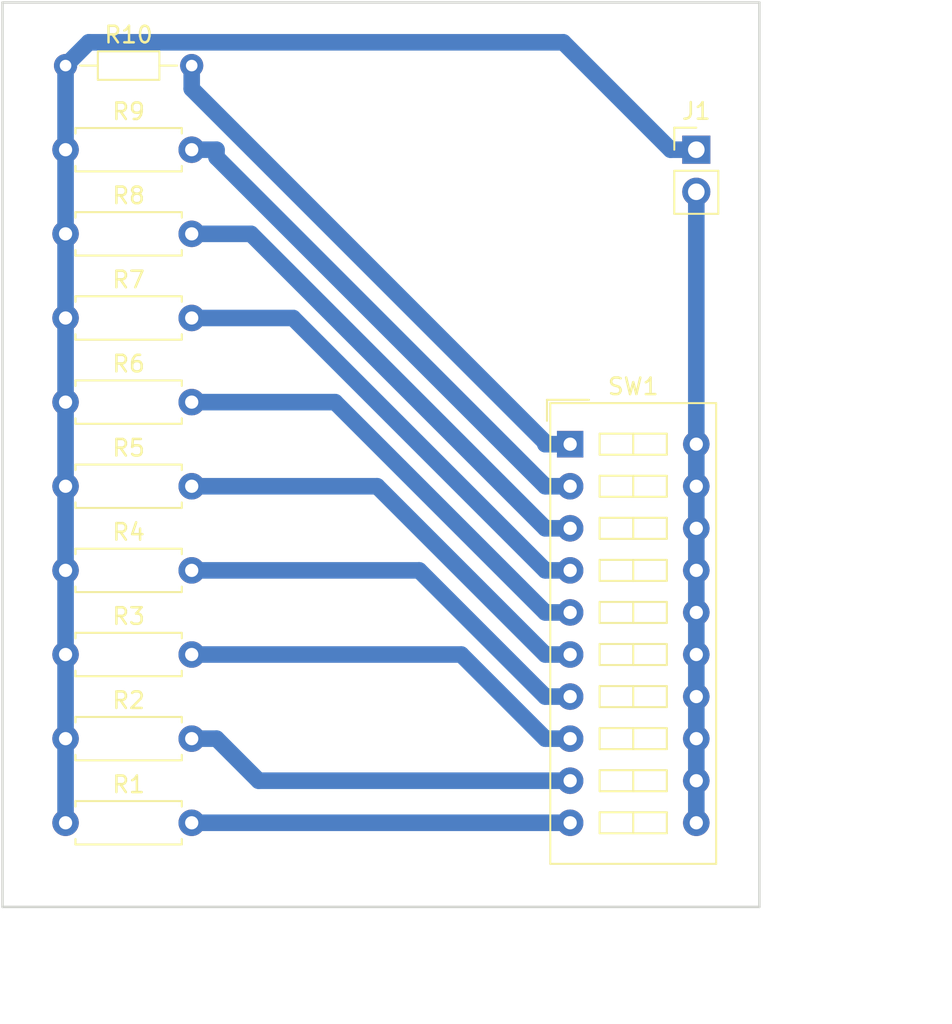
<source format=kicad_pcb>
(kicad_pcb (version 4) (host pcbnew 4.0.7)

  (general
    (links 30)
    (no_connects 0)
    (area 144.704999 81.204999 205.97 144.940001)
    (thickness 1.6)
    (drawings 6)
    (tracks 53)
    (zones 0)
    (modules 12)
    (nets 13)
  )

  (page A4)
  (title_block
    (title "precyzyjna dekada oporowa płytka PCB")
    (date 2018-05-21)
    (rev 0.5)
    (company "mgr inż. Paweł Sobótka")
    (comment 1 "Projekt: Amatorska Radiostacja Modułowa")
    (comment 2 "przyrząd fizyczny")
  )

  (layers
    (0 F.Cu jumper)
    (31 B.Cu signal)
    (32 B.Adhes user)
    (33 F.Adhes user)
    (34 B.Paste user)
    (35 F.Paste user)
    (36 B.SilkS user)
    (37 F.SilkS user)
    (38 B.Mask user)
    (39 F.Mask user)
    (40 Dwgs.User user)
    (41 Cmts.User user)
    (42 Eco1.User user)
    (43 Eco2.User user)
    (44 Edge.Cuts user)
    (45 Margin user)
    (46 B.CrtYd user)
    (47 F.CrtYd user)
    (48 B.Fab user)
    (49 F.Fab user)
  )

  (setup
    (last_trace_width 0.25)
    (trace_clearance 1)
    (zone_clearance 0.508)
    (zone_45_only no)
    (trace_min 0.2)
    (segment_width 0.2)
    (edge_width 0.15)
    (via_size 0.6)
    (via_drill 0.4)
    (via_min_size 0.4)
    (via_min_drill 0.3)
    (uvia_size 0.3)
    (uvia_drill 0.1)
    (uvias_allowed no)
    (uvia_min_size 0.2)
    (uvia_min_drill 0.1)
    (pcb_text_width 0.3)
    (pcb_text_size 1.5 1.5)
    (mod_edge_width 0.15)
    (mod_text_size 1 1)
    (mod_text_width 0.15)
    (pad_size 1.524 1.524)
    (pad_drill 0.762)
    (pad_to_mask_clearance 0.2)
    (aux_axis_origin 172.72 88.9)
    (visible_elements FFFFFF7F)
    (pcbplotparams
      (layerselection 0x00030_80000001)
      (usegerberextensions false)
      (excludeedgelayer true)
      (linewidth 0.100000)
      (plotframeref false)
      (viasonmask false)
      (mode 1)
      (useauxorigin false)
      (hpglpennumber 1)
      (hpglpenspeed 20)
      (hpglpendiameter 15)
      (hpglpenoverlay 2)
      (psnegative false)
      (psa4output false)
      (plotreference true)
      (plotvalue true)
      (plotinvisibletext false)
      (padsonsilk false)
      (subtractmaskfromsilk false)
      (outputformat 1)
      (mirror false)
      (drillshape 1)
      (scaleselection 1)
      (outputdirectory drawings/))
  )

  (net 0 "")
  (net 1 "Net-(J1-Pad1)")
  (net 2 "Net-(J1-Pad2)")
  (net 3 "Net-(R1-Pad2)")
  (net 4 "Net-(R2-Pad2)")
  (net 5 "Net-(R3-Pad2)")
  (net 6 "Net-(R4-Pad2)")
  (net 7 "Net-(R5-Pad2)")
  (net 8 "Net-(R6-Pad2)")
  (net 9 "Net-(R7-Pad2)")
  (net 10 "Net-(R8-Pad2)")
  (net 11 "Net-(R9-Pad2)")
  (net 12 "Net-(R10-Pad2)")

  (net_class Default "To jest domyślna klasa połączeń."
    (clearance 1)
    (trace_width 0.25)
    (via_dia 0.6)
    (via_drill 0.4)
    (uvia_dia 0.3)
    (uvia_drill 0.1)
  )

  (net_class Power ""
    (clearance 0.2)
    (trace_width 1)
    (via_dia 0.6)
    (via_drill 0.4)
    (uvia_dia 0.3)
    (uvia_drill 0.1)
    (add_net "Net-(J1-Pad1)")
    (add_net "Net-(J1-Pad2)")
    (add_net "Net-(R1-Pad2)")
    (add_net "Net-(R10-Pad2)")
    (add_net "Net-(R2-Pad2)")
    (add_net "Net-(R3-Pad2)")
    (add_net "Net-(R4-Pad2)")
    (add_net "Net-(R5-Pad2)")
    (add_net "Net-(R6-Pad2)")
    (add_net "Net-(R7-Pad2)")
    (add_net "Net-(R8-Pad2)")
    (add_net "Net-(R9-Pad2)")
  )

  (module Socket_Strips:Socket_Strip_Straight_1x02_Pitch2.54mm (layer F.Cu) (tedit 5B0578C8) (tstamp 5B0575A8)
    (at 186.69 90.17)
    (descr "Through hole straight socket strip, 1x02, 2.54mm pitch, single row")
    (tags "Through hole socket strip THT 1x02 2.54mm single row")
    (path /5B02CF7C/5B02D5CF)
    (fp_text reference J1 (at 0 -2.33) (layer F.SilkS)
      (effects (font (size 1 1) (thickness 0.15)))
    )
    (fp_text value Conn_01x02_Female (at -3.81 2.54 90) (layer F.Fab)
      (effects (font (size 1 1) (thickness 0.15)))
    )
    (fp_line (start -1.27 -1.27) (end -1.27 3.81) (layer F.Fab) (width 0.1))
    (fp_line (start -1.27 3.81) (end 1.27 3.81) (layer F.Fab) (width 0.1))
    (fp_line (start 1.27 3.81) (end 1.27 -1.27) (layer F.Fab) (width 0.1))
    (fp_line (start 1.27 -1.27) (end -1.27 -1.27) (layer F.Fab) (width 0.1))
    (fp_line (start -1.33 1.27) (end -1.33 3.87) (layer F.SilkS) (width 0.12))
    (fp_line (start -1.33 3.87) (end 1.33 3.87) (layer F.SilkS) (width 0.12))
    (fp_line (start 1.33 3.87) (end 1.33 1.27) (layer F.SilkS) (width 0.12))
    (fp_line (start 1.33 1.27) (end -1.33 1.27) (layer F.SilkS) (width 0.12))
    (fp_line (start -1.33 0) (end -1.33 -1.33) (layer F.SilkS) (width 0.12))
    (fp_line (start -1.33 -1.33) (end 0 -1.33) (layer F.SilkS) (width 0.12))
    (fp_line (start -1.8 -1.8) (end -1.8 4.35) (layer F.CrtYd) (width 0.05))
    (fp_line (start -1.8 4.35) (end 1.8 4.35) (layer F.CrtYd) (width 0.05))
    (fp_line (start 1.8 4.35) (end 1.8 -1.8) (layer F.CrtYd) (width 0.05))
    (fp_line (start 1.8 -1.8) (end -1.8 -1.8) (layer F.CrtYd) (width 0.05))
    (fp_text user %R (at 0 -2.33) (layer F.Fab)
      (effects (font (size 1 1) (thickness 0.15)))
    )
    (pad 1 thru_hole rect (at 0 0) (size 1.7 1.7) (drill 1) (layers *.Cu *.Mask)
      (net 1 "Net-(J1-Pad1)"))
    (pad 2 thru_hole oval (at 0 2.54) (size 1.7 1.7) (drill 1) (layers *.Cu *.Mask)
      (net 2 "Net-(J1-Pad2)"))
    (model ${KISYS3DMOD}/Socket_Strips.3dshapes/Socket_Strip_Straight_1x02_Pitch2.54mm.wrl
      (at (xyz 0 -0.05 0))
      (scale (xyz 1 1 1))
      (rotate (xyz 0 0 270))
    )
  )

  (module Resistors_THT:R_Axial_DIN0207_L6.3mm_D2.5mm_P7.62mm_Horizontal (layer F.Cu) (tedit 5874F706) (tstamp 5B0575AE)
    (at 148.59 130.81)
    (descr "Resistor, Axial_DIN0207 series, Axial, Horizontal, pin pitch=7.62mm, 0.25W = 1/4W, length*diameter=6.3*2.5mm^2, http://cdn-reichelt.de/documents/datenblatt/B400/1_4W%23YAG.pdf")
    (tags "Resistor Axial_DIN0207 series Axial Horizontal pin pitch 7.62mm 0.25W = 1/4W length 6.3mm diameter 2.5mm")
    (path /5B02CF7C/5B02D1B9)
    (fp_text reference R1 (at 3.81 -2.31) (layer F.SilkS)
      (effects (font (size 1 1) (thickness 0.15)))
    )
    (fp_text value 1R (at 3.81 2.31) (layer F.Fab)
      (effects (font (size 1 1) (thickness 0.15)))
    )
    (fp_line (start 0.66 -1.25) (end 0.66 1.25) (layer F.Fab) (width 0.1))
    (fp_line (start 0.66 1.25) (end 6.96 1.25) (layer F.Fab) (width 0.1))
    (fp_line (start 6.96 1.25) (end 6.96 -1.25) (layer F.Fab) (width 0.1))
    (fp_line (start 6.96 -1.25) (end 0.66 -1.25) (layer F.Fab) (width 0.1))
    (fp_line (start 0 0) (end 0.66 0) (layer F.Fab) (width 0.1))
    (fp_line (start 7.62 0) (end 6.96 0) (layer F.Fab) (width 0.1))
    (fp_line (start 0.6 -0.98) (end 0.6 -1.31) (layer F.SilkS) (width 0.12))
    (fp_line (start 0.6 -1.31) (end 7.02 -1.31) (layer F.SilkS) (width 0.12))
    (fp_line (start 7.02 -1.31) (end 7.02 -0.98) (layer F.SilkS) (width 0.12))
    (fp_line (start 0.6 0.98) (end 0.6 1.31) (layer F.SilkS) (width 0.12))
    (fp_line (start 0.6 1.31) (end 7.02 1.31) (layer F.SilkS) (width 0.12))
    (fp_line (start 7.02 1.31) (end 7.02 0.98) (layer F.SilkS) (width 0.12))
    (fp_line (start -1.05 -1.6) (end -1.05 1.6) (layer F.CrtYd) (width 0.05))
    (fp_line (start -1.05 1.6) (end 8.7 1.6) (layer F.CrtYd) (width 0.05))
    (fp_line (start 8.7 1.6) (end 8.7 -1.6) (layer F.CrtYd) (width 0.05))
    (fp_line (start 8.7 -1.6) (end -1.05 -1.6) (layer F.CrtYd) (width 0.05))
    (pad 1 thru_hole circle (at 0 0) (size 1.6 1.6) (drill 0.8) (layers *.Cu *.Mask)
      (net 1 "Net-(J1-Pad1)"))
    (pad 2 thru_hole oval (at 7.62 0) (size 1.6 1.6) (drill 0.8) (layers *.Cu *.Mask)
      (net 3 "Net-(R1-Pad2)"))
    (model ${KISYS3DMOD}/Resistors_THT.3dshapes/R_Axial_DIN0207_L6.3mm_D2.5mm_P7.62mm_Horizontal.wrl
      (at (xyz 0 0 0))
      (scale (xyz 0.393701 0.393701 0.393701))
      (rotate (xyz 0 0 0))
    )
  )

  (module Resistors_THT:R_Axial_DIN0207_L6.3mm_D2.5mm_P7.62mm_Horizontal (layer F.Cu) (tedit 5874F706) (tstamp 5B0575B4)
    (at 148.59 125.73)
    (descr "Resistor, Axial_DIN0207 series, Axial, Horizontal, pin pitch=7.62mm, 0.25W = 1/4W, length*diameter=6.3*2.5mm^2, http://cdn-reichelt.de/documents/datenblatt/B400/1_4W%23YAG.pdf")
    (tags "Resistor Axial_DIN0207 series Axial Horizontal pin pitch 7.62mm 0.25W = 1/4W length 6.3mm diameter 2.5mm")
    (path /5B02CF7C/5B02D204)
    (fp_text reference R2 (at 3.81 -2.31) (layer F.SilkS)
      (effects (font (size 1 1) (thickness 0.15)))
    )
    (fp_text value 2R (at 3.81 2.31) (layer F.Fab)
      (effects (font (size 1 1) (thickness 0.15)))
    )
    (fp_line (start 0.66 -1.25) (end 0.66 1.25) (layer F.Fab) (width 0.1))
    (fp_line (start 0.66 1.25) (end 6.96 1.25) (layer F.Fab) (width 0.1))
    (fp_line (start 6.96 1.25) (end 6.96 -1.25) (layer F.Fab) (width 0.1))
    (fp_line (start 6.96 -1.25) (end 0.66 -1.25) (layer F.Fab) (width 0.1))
    (fp_line (start 0 0) (end 0.66 0) (layer F.Fab) (width 0.1))
    (fp_line (start 7.62 0) (end 6.96 0) (layer F.Fab) (width 0.1))
    (fp_line (start 0.6 -0.98) (end 0.6 -1.31) (layer F.SilkS) (width 0.12))
    (fp_line (start 0.6 -1.31) (end 7.02 -1.31) (layer F.SilkS) (width 0.12))
    (fp_line (start 7.02 -1.31) (end 7.02 -0.98) (layer F.SilkS) (width 0.12))
    (fp_line (start 0.6 0.98) (end 0.6 1.31) (layer F.SilkS) (width 0.12))
    (fp_line (start 0.6 1.31) (end 7.02 1.31) (layer F.SilkS) (width 0.12))
    (fp_line (start 7.02 1.31) (end 7.02 0.98) (layer F.SilkS) (width 0.12))
    (fp_line (start -1.05 -1.6) (end -1.05 1.6) (layer F.CrtYd) (width 0.05))
    (fp_line (start -1.05 1.6) (end 8.7 1.6) (layer F.CrtYd) (width 0.05))
    (fp_line (start 8.7 1.6) (end 8.7 -1.6) (layer F.CrtYd) (width 0.05))
    (fp_line (start 8.7 -1.6) (end -1.05 -1.6) (layer F.CrtYd) (width 0.05))
    (pad 1 thru_hole circle (at 0 0) (size 1.6 1.6) (drill 0.8) (layers *.Cu *.Mask)
      (net 1 "Net-(J1-Pad1)"))
    (pad 2 thru_hole oval (at 7.62 0) (size 1.6 1.6) (drill 0.8) (layers *.Cu *.Mask)
      (net 4 "Net-(R2-Pad2)"))
    (model ${KISYS3DMOD}/Resistors_THT.3dshapes/R_Axial_DIN0207_L6.3mm_D2.5mm_P7.62mm_Horizontal.wrl
      (at (xyz 0 0 0))
      (scale (xyz 0.393701 0.393701 0.393701))
      (rotate (xyz 0 0 0))
    )
  )

  (module Resistors_THT:R_Axial_DIN0207_L6.3mm_D2.5mm_P7.62mm_Horizontal (layer F.Cu) (tedit 5874F706) (tstamp 5B0575BA)
    (at 148.59 120.65)
    (descr "Resistor, Axial_DIN0207 series, Axial, Horizontal, pin pitch=7.62mm, 0.25W = 1/4W, length*diameter=6.3*2.5mm^2, http://cdn-reichelt.de/documents/datenblatt/B400/1_4W%23YAG.pdf")
    (tags "Resistor Axial_DIN0207 series Axial Horizontal pin pitch 7.62mm 0.25W = 1/4W length 6.3mm diameter 2.5mm")
    (path /5B02CF7C/5B02D22B)
    (fp_text reference R3 (at 3.81 -2.31) (layer F.SilkS)
      (effects (font (size 1 1) (thickness 0.15)))
    )
    (fp_text value 3R (at 3.81 2.31) (layer F.Fab)
      (effects (font (size 1 1) (thickness 0.15)))
    )
    (fp_line (start 0.66 -1.25) (end 0.66 1.25) (layer F.Fab) (width 0.1))
    (fp_line (start 0.66 1.25) (end 6.96 1.25) (layer F.Fab) (width 0.1))
    (fp_line (start 6.96 1.25) (end 6.96 -1.25) (layer F.Fab) (width 0.1))
    (fp_line (start 6.96 -1.25) (end 0.66 -1.25) (layer F.Fab) (width 0.1))
    (fp_line (start 0 0) (end 0.66 0) (layer F.Fab) (width 0.1))
    (fp_line (start 7.62 0) (end 6.96 0) (layer F.Fab) (width 0.1))
    (fp_line (start 0.6 -0.98) (end 0.6 -1.31) (layer F.SilkS) (width 0.12))
    (fp_line (start 0.6 -1.31) (end 7.02 -1.31) (layer F.SilkS) (width 0.12))
    (fp_line (start 7.02 -1.31) (end 7.02 -0.98) (layer F.SilkS) (width 0.12))
    (fp_line (start 0.6 0.98) (end 0.6 1.31) (layer F.SilkS) (width 0.12))
    (fp_line (start 0.6 1.31) (end 7.02 1.31) (layer F.SilkS) (width 0.12))
    (fp_line (start 7.02 1.31) (end 7.02 0.98) (layer F.SilkS) (width 0.12))
    (fp_line (start -1.05 -1.6) (end -1.05 1.6) (layer F.CrtYd) (width 0.05))
    (fp_line (start -1.05 1.6) (end 8.7 1.6) (layer F.CrtYd) (width 0.05))
    (fp_line (start 8.7 1.6) (end 8.7 -1.6) (layer F.CrtYd) (width 0.05))
    (fp_line (start 8.7 -1.6) (end -1.05 -1.6) (layer F.CrtYd) (width 0.05))
    (pad 1 thru_hole circle (at 0 0) (size 1.6 1.6) (drill 0.8) (layers *.Cu *.Mask)
      (net 1 "Net-(J1-Pad1)"))
    (pad 2 thru_hole oval (at 7.62 0) (size 1.6 1.6) (drill 0.8) (layers *.Cu *.Mask)
      (net 5 "Net-(R3-Pad2)"))
    (model ${KISYS3DMOD}/Resistors_THT.3dshapes/R_Axial_DIN0207_L6.3mm_D2.5mm_P7.62mm_Horizontal.wrl
      (at (xyz 0 0 0))
      (scale (xyz 0.393701 0.393701 0.393701))
      (rotate (xyz 0 0 0))
    )
  )

  (module Resistors_THT:R_Axial_DIN0207_L6.3mm_D2.5mm_P7.62mm_Horizontal (layer F.Cu) (tedit 5874F706) (tstamp 5B0575C0)
    (at 148.59 115.57)
    (descr "Resistor, Axial_DIN0207 series, Axial, Horizontal, pin pitch=7.62mm, 0.25W = 1/4W, length*diameter=6.3*2.5mm^2, http://cdn-reichelt.de/documents/datenblatt/B400/1_4W%23YAG.pdf")
    (tags "Resistor Axial_DIN0207 series Axial Horizontal pin pitch 7.62mm 0.25W = 1/4W length 6.3mm diameter 2.5mm")
    (path /5B02CF7C/5B02D252)
    (fp_text reference R4 (at 3.81 -2.31) (layer F.SilkS)
      (effects (font (size 1 1) (thickness 0.15)))
    )
    (fp_text value 4R (at 3.81 2.31) (layer F.Fab)
      (effects (font (size 1 1) (thickness 0.15)))
    )
    (fp_line (start 0.66 -1.25) (end 0.66 1.25) (layer F.Fab) (width 0.1))
    (fp_line (start 0.66 1.25) (end 6.96 1.25) (layer F.Fab) (width 0.1))
    (fp_line (start 6.96 1.25) (end 6.96 -1.25) (layer F.Fab) (width 0.1))
    (fp_line (start 6.96 -1.25) (end 0.66 -1.25) (layer F.Fab) (width 0.1))
    (fp_line (start 0 0) (end 0.66 0) (layer F.Fab) (width 0.1))
    (fp_line (start 7.62 0) (end 6.96 0) (layer F.Fab) (width 0.1))
    (fp_line (start 0.6 -0.98) (end 0.6 -1.31) (layer F.SilkS) (width 0.12))
    (fp_line (start 0.6 -1.31) (end 7.02 -1.31) (layer F.SilkS) (width 0.12))
    (fp_line (start 7.02 -1.31) (end 7.02 -0.98) (layer F.SilkS) (width 0.12))
    (fp_line (start 0.6 0.98) (end 0.6 1.31) (layer F.SilkS) (width 0.12))
    (fp_line (start 0.6 1.31) (end 7.02 1.31) (layer F.SilkS) (width 0.12))
    (fp_line (start 7.02 1.31) (end 7.02 0.98) (layer F.SilkS) (width 0.12))
    (fp_line (start -1.05 -1.6) (end -1.05 1.6) (layer F.CrtYd) (width 0.05))
    (fp_line (start -1.05 1.6) (end 8.7 1.6) (layer F.CrtYd) (width 0.05))
    (fp_line (start 8.7 1.6) (end 8.7 -1.6) (layer F.CrtYd) (width 0.05))
    (fp_line (start 8.7 -1.6) (end -1.05 -1.6) (layer F.CrtYd) (width 0.05))
    (pad 1 thru_hole circle (at 0 0) (size 1.6 1.6) (drill 0.8) (layers *.Cu *.Mask)
      (net 1 "Net-(J1-Pad1)"))
    (pad 2 thru_hole oval (at 7.62 0) (size 1.6 1.6) (drill 0.8) (layers *.Cu *.Mask)
      (net 6 "Net-(R4-Pad2)"))
    (model ${KISYS3DMOD}/Resistors_THT.3dshapes/R_Axial_DIN0207_L6.3mm_D2.5mm_P7.62mm_Horizontal.wrl
      (at (xyz 0 0 0))
      (scale (xyz 0.393701 0.393701 0.393701))
      (rotate (xyz 0 0 0))
    )
  )

  (module Resistors_THT:R_Axial_DIN0207_L6.3mm_D2.5mm_P7.62mm_Horizontal (layer F.Cu) (tedit 5874F706) (tstamp 5B0575C6)
    (at 148.59 110.49)
    (descr "Resistor, Axial_DIN0207 series, Axial, Horizontal, pin pitch=7.62mm, 0.25W = 1/4W, length*diameter=6.3*2.5mm^2, http://cdn-reichelt.de/documents/datenblatt/B400/1_4W%23YAG.pdf")
    (tags "Resistor Axial_DIN0207 series Axial Horizontal pin pitch 7.62mm 0.25W = 1/4W length 6.3mm diameter 2.5mm")
    (path /5B02CF7C/5B02D2AB)
    (fp_text reference R5 (at 3.81 -2.31) (layer F.SilkS)
      (effects (font (size 1 1) (thickness 0.15)))
    )
    (fp_text value 5R (at 3.81 2.31) (layer F.Fab)
      (effects (font (size 1 1) (thickness 0.15)))
    )
    (fp_line (start 0.66 -1.25) (end 0.66 1.25) (layer F.Fab) (width 0.1))
    (fp_line (start 0.66 1.25) (end 6.96 1.25) (layer F.Fab) (width 0.1))
    (fp_line (start 6.96 1.25) (end 6.96 -1.25) (layer F.Fab) (width 0.1))
    (fp_line (start 6.96 -1.25) (end 0.66 -1.25) (layer F.Fab) (width 0.1))
    (fp_line (start 0 0) (end 0.66 0) (layer F.Fab) (width 0.1))
    (fp_line (start 7.62 0) (end 6.96 0) (layer F.Fab) (width 0.1))
    (fp_line (start 0.6 -0.98) (end 0.6 -1.31) (layer F.SilkS) (width 0.12))
    (fp_line (start 0.6 -1.31) (end 7.02 -1.31) (layer F.SilkS) (width 0.12))
    (fp_line (start 7.02 -1.31) (end 7.02 -0.98) (layer F.SilkS) (width 0.12))
    (fp_line (start 0.6 0.98) (end 0.6 1.31) (layer F.SilkS) (width 0.12))
    (fp_line (start 0.6 1.31) (end 7.02 1.31) (layer F.SilkS) (width 0.12))
    (fp_line (start 7.02 1.31) (end 7.02 0.98) (layer F.SilkS) (width 0.12))
    (fp_line (start -1.05 -1.6) (end -1.05 1.6) (layer F.CrtYd) (width 0.05))
    (fp_line (start -1.05 1.6) (end 8.7 1.6) (layer F.CrtYd) (width 0.05))
    (fp_line (start 8.7 1.6) (end 8.7 -1.6) (layer F.CrtYd) (width 0.05))
    (fp_line (start 8.7 -1.6) (end -1.05 -1.6) (layer F.CrtYd) (width 0.05))
    (pad 1 thru_hole circle (at 0 0) (size 1.6 1.6) (drill 0.8) (layers *.Cu *.Mask)
      (net 1 "Net-(J1-Pad1)"))
    (pad 2 thru_hole oval (at 7.62 0) (size 1.6 1.6) (drill 0.8) (layers *.Cu *.Mask)
      (net 7 "Net-(R5-Pad2)"))
    (model ${KISYS3DMOD}/Resistors_THT.3dshapes/R_Axial_DIN0207_L6.3mm_D2.5mm_P7.62mm_Horizontal.wrl
      (at (xyz 0 0 0))
      (scale (xyz 0.393701 0.393701 0.393701))
      (rotate (xyz 0 0 0))
    )
  )

  (module Resistors_THT:R_Axial_DIN0207_L6.3mm_D2.5mm_P7.62mm_Horizontal (layer F.Cu) (tedit 5874F706) (tstamp 5B0575CC)
    (at 148.59 105.41)
    (descr "Resistor, Axial_DIN0207 series, Axial, Horizontal, pin pitch=7.62mm, 0.25W = 1/4W, length*diameter=6.3*2.5mm^2, http://cdn-reichelt.de/documents/datenblatt/B400/1_4W%23YAG.pdf")
    (tags "Resistor Axial_DIN0207 series Axial Horizontal pin pitch 7.62mm 0.25W = 1/4W length 6.3mm diameter 2.5mm")
    (path /5B02CF7C/5B02D48A)
    (fp_text reference R6 (at 3.81 -2.31) (layer F.SilkS)
      (effects (font (size 1 1) (thickness 0.15)))
    )
    (fp_text value 6R (at 3.81 2.31) (layer F.Fab)
      (effects (font (size 1 1) (thickness 0.15)))
    )
    (fp_line (start 0.66 -1.25) (end 0.66 1.25) (layer F.Fab) (width 0.1))
    (fp_line (start 0.66 1.25) (end 6.96 1.25) (layer F.Fab) (width 0.1))
    (fp_line (start 6.96 1.25) (end 6.96 -1.25) (layer F.Fab) (width 0.1))
    (fp_line (start 6.96 -1.25) (end 0.66 -1.25) (layer F.Fab) (width 0.1))
    (fp_line (start 0 0) (end 0.66 0) (layer F.Fab) (width 0.1))
    (fp_line (start 7.62 0) (end 6.96 0) (layer F.Fab) (width 0.1))
    (fp_line (start 0.6 -0.98) (end 0.6 -1.31) (layer F.SilkS) (width 0.12))
    (fp_line (start 0.6 -1.31) (end 7.02 -1.31) (layer F.SilkS) (width 0.12))
    (fp_line (start 7.02 -1.31) (end 7.02 -0.98) (layer F.SilkS) (width 0.12))
    (fp_line (start 0.6 0.98) (end 0.6 1.31) (layer F.SilkS) (width 0.12))
    (fp_line (start 0.6 1.31) (end 7.02 1.31) (layer F.SilkS) (width 0.12))
    (fp_line (start 7.02 1.31) (end 7.02 0.98) (layer F.SilkS) (width 0.12))
    (fp_line (start -1.05 -1.6) (end -1.05 1.6) (layer F.CrtYd) (width 0.05))
    (fp_line (start -1.05 1.6) (end 8.7 1.6) (layer F.CrtYd) (width 0.05))
    (fp_line (start 8.7 1.6) (end 8.7 -1.6) (layer F.CrtYd) (width 0.05))
    (fp_line (start 8.7 -1.6) (end -1.05 -1.6) (layer F.CrtYd) (width 0.05))
    (pad 1 thru_hole circle (at 0 0) (size 1.6 1.6) (drill 0.8) (layers *.Cu *.Mask)
      (net 1 "Net-(J1-Pad1)"))
    (pad 2 thru_hole oval (at 7.62 0) (size 1.6 1.6) (drill 0.8) (layers *.Cu *.Mask)
      (net 8 "Net-(R6-Pad2)"))
    (model ${KISYS3DMOD}/Resistors_THT.3dshapes/R_Axial_DIN0207_L6.3mm_D2.5mm_P7.62mm_Horizontal.wrl
      (at (xyz 0 0 0))
      (scale (xyz 0.393701 0.393701 0.393701))
      (rotate (xyz 0 0 0))
    )
  )

  (module Resistors_THT:R_Axial_DIN0207_L6.3mm_D2.5mm_P7.62mm_Horizontal (layer F.Cu) (tedit 5874F706) (tstamp 5B0575D2)
    (at 148.59 100.33)
    (descr "Resistor, Axial_DIN0207 series, Axial, Horizontal, pin pitch=7.62mm, 0.25W = 1/4W, length*diameter=6.3*2.5mm^2, http://cdn-reichelt.de/documents/datenblatt/B400/1_4W%23YAG.pdf")
    (tags "Resistor Axial_DIN0207 series Axial Horizontal pin pitch 7.62mm 0.25W = 1/4W length 6.3mm diameter 2.5mm")
    (path /5B02CF7C/5B02D490)
    (fp_text reference R7 (at 3.81 -2.31) (layer F.SilkS)
      (effects (font (size 1 1) (thickness 0.15)))
    )
    (fp_text value 7R (at 3.81 2.31) (layer F.Fab)
      (effects (font (size 1 1) (thickness 0.15)))
    )
    (fp_line (start 0.66 -1.25) (end 0.66 1.25) (layer F.Fab) (width 0.1))
    (fp_line (start 0.66 1.25) (end 6.96 1.25) (layer F.Fab) (width 0.1))
    (fp_line (start 6.96 1.25) (end 6.96 -1.25) (layer F.Fab) (width 0.1))
    (fp_line (start 6.96 -1.25) (end 0.66 -1.25) (layer F.Fab) (width 0.1))
    (fp_line (start 0 0) (end 0.66 0) (layer F.Fab) (width 0.1))
    (fp_line (start 7.62 0) (end 6.96 0) (layer F.Fab) (width 0.1))
    (fp_line (start 0.6 -0.98) (end 0.6 -1.31) (layer F.SilkS) (width 0.12))
    (fp_line (start 0.6 -1.31) (end 7.02 -1.31) (layer F.SilkS) (width 0.12))
    (fp_line (start 7.02 -1.31) (end 7.02 -0.98) (layer F.SilkS) (width 0.12))
    (fp_line (start 0.6 0.98) (end 0.6 1.31) (layer F.SilkS) (width 0.12))
    (fp_line (start 0.6 1.31) (end 7.02 1.31) (layer F.SilkS) (width 0.12))
    (fp_line (start 7.02 1.31) (end 7.02 0.98) (layer F.SilkS) (width 0.12))
    (fp_line (start -1.05 -1.6) (end -1.05 1.6) (layer F.CrtYd) (width 0.05))
    (fp_line (start -1.05 1.6) (end 8.7 1.6) (layer F.CrtYd) (width 0.05))
    (fp_line (start 8.7 1.6) (end 8.7 -1.6) (layer F.CrtYd) (width 0.05))
    (fp_line (start 8.7 -1.6) (end -1.05 -1.6) (layer F.CrtYd) (width 0.05))
    (pad 1 thru_hole circle (at 0 0) (size 1.6 1.6) (drill 0.8) (layers *.Cu *.Mask)
      (net 1 "Net-(J1-Pad1)"))
    (pad 2 thru_hole oval (at 7.62 0) (size 1.6 1.6) (drill 0.8) (layers *.Cu *.Mask)
      (net 9 "Net-(R7-Pad2)"))
    (model ${KISYS3DMOD}/Resistors_THT.3dshapes/R_Axial_DIN0207_L6.3mm_D2.5mm_P7.62mm_Horizontal.wrl
      (at (xyz 0 0 0))
      (scale (xyz 0.393701 0.393701 0.393701))
      (rotate (xyz 0 0 0))
    )
  )

  (module Resistors_THT:R_Axial_DIN0207_L6.3mm_D2.5mm_P7.62mm_Horizontal (layer F.Cu) (tedit 5874F706) (tstamp 5B0575D8)
    (at 148.59 95.25)
    (descr "Resistor, Axial_DIN0207 series, Axial, Horizontal, pin pitch=7.62mm, 0.25W = 1/4W, length*diameter=6.3*2.5mm^2, http://cdn-reichelt.de/documents/datenblatt/B400/1_4W%23YAG.pdf")
    (tags "Resistor Axial_DIN0207 series Axial Horizontal pin pitch 7.62mm 0.25W = 1/4W length 6.3mm diameter 2.5mm")
    (path /5B02CF7C/5B02D496)
    (fp_text reference R8 (at 3.81 -2.31) (layer F.SilkS)
      (effects (font (size 1 1) (thickness 0.15)))
    )
    (fp_text value 8R (at 3.81 2.31) (layer F.Fab)
      (effects (font (size 1 1) (thickness 0.15)))
    )
    (fp_line (start 0.66 -1.25) (end 0.66 1.25) (layer F.Fab) (width 0.1))
    (fp_line (start 0.66 1.25) (end 6.96 1.25) (layer F.Fab) (width 0.1))
    (fp_line (start 6.96 1.25) (end 6.96 -1.25) (layer F.Fab) (width 0.1))
    (fp_line (start 6.96 -1.25) (end 0.66 -1.25) (layer F.Fab) (width 0.1))
    (fp_line (start 0 0) (end 0.66 0) (layer F.Fab) (width 0.1))
    (fp_line (start 7.62 0) (end 6.96 0) (layer F.Fab) (width 0.1))
    (fp_line (start 0.6 -0.98) (end 0.6 -1.31) (layer F.SilkS) (width 0.12))
    (fp_line (start 0.6 -1.31) (end 7.02 -1.31) (layer F.SilkS) (width 0.12))
    (fp_line (start 7.02 -1.31) (end 7.02 -0.98) (layer F.SilkS) (width 0.12))
    (fp_line (start 0.6 0.98) (end 0.6 1.31) (layer F.SilkS) (width 0.12))
    (fp_line (start 0.6 1.31) (end 7.02 1.31) (layer F.SilkS) (width 0.12))
    (fp_line (start 7.02 1.31) (end 7.02 0.98) (layer F.SilkS) (width 0.12))
    (fp_line (start -1.05 -1.6) (end -1.05 1.6) (layer F.CrtYd) (width 0.05))
    (fp_line (start -1.05 1.6) (end 8.7 1.6) (layer F.CrtYd) (width 0.05))
    (fp_line (start 8.7 1.6) (end 8.7 -1.6) (layer F.CrtYd) (width 0.05))
    (fp_line (start 8.7 -1.6) (end -1.05 -1.6) (layer F.CrtYd) (width 0.05))
    (pad 1 thru_hole circle (at 0 0) (size 1.6 1.6) (drill 0.8) (layers *.Cu *.Mask)
      (net 1 "Net-(J1-Pad1)"))
    (pad 2 thru_hole oval (at 7.62 0) (size 1.6 1.6) (drill 0.8) (layers *.Cu *.Mask)
      (net 10 "Net-(R8-Pad2)"))
    (model ${KISYS3DMOD}/Resistors_THT.3dshapes/R_Axial_DIN0207_L6.3mm_D2.5mm_P7.62mm_Horizontal.wrl
      (at (xyz 0 0 0))
      (scale (xyz 0.393701 0.393701 0.393701))
      (rotate (xyz 0 0 0))
    )
  )

  (module Resistors_THT:R_Axial_DIN0207_L6.3mm_D2.5mm_P7.62mm_Horizontal (layer F.Cu) (tedit 5874F706) (tstamp 5B0575DE)
    (at 148.59 90.17)
    (descr "Resistor, Axial_DIN0207 series, Axial, Horizontal, pin pitch=7.62mm, 0.25W = 1/4W, length*diameter=6.3*2.5mm^2, http://cdn-reichelt.de/documents/datenblatt/B400/1_4W%23YAG.pdf")
    (tags "Resistor Axial_DIN0207 series Axial Horizontal pin pitch 7.62mm 0.25W = 1/4W length 6.3mm diameter 2.5mm")
    (path /5B02CF7C/5B02D49C)
    (fp_text reference R9 (at 3.81 -2.31) (layer F.SilkS)
      (effects (font (size 1 1) (thickness 0.15)))
    )
    (fp_text value 9R (at 3.81 2.31) (layer F.Fab)
      (effects (font (size 1 1) (thickness 0.15)))
    )
    (fp_line (start 0.66 -1.25) (end 0.66 1.25) (layer F.Fab) (width 0.1))
    (fp_line (start 0.66 1.25) (end 6.96 1.25) (layer F.Fab) (width 0.1))
    (fp_line (start 6.96 1.25) (end 6.96 -1.25) (layer F.Fab) (width 0.1))
    (fp_line (start 6.96 -1.25) (end 0.66 -1.25) (layer F.Fab) (width 0.1))
    (fp_line (start 0 0) (end 0.66 0) (layer F.Fab) (width 0.1))
    (fp_line (start 7.62 0) (end 6.96 0) (layer F.Fab) (width 0.1))
    (fp_line (start 0.6 -0.98) (end 0.6 -1.31) (layer F.SilkS) (width 0.12))
    (fp_line (start 0.6 -1.31) (end 7.02 -1.31) (layer F.SilkS) (width 0.12))
    (fp_line (start 7.02 -1.31) (end 7.02 -0.98) (layer F.SilkS) (width 0.12))
    (fp_line (start 0.6 0.98) (end 0.6 1.31) (layer F.SilkS) (width 0.12))
    (fp_line (start 0.6 1.31) (end 7.02 1.31) (layer F.SilkS) (width 0.12))
    (fp_line (start 7.02 1.31) (end 7.02 0.98) (layer F.SilkS) (width 0.12))
    (fp_line (start -1.05 -1.6) (end -1.05 1.6) (layer F.CrtYd) (width 0.05))
    (fp_line (start -1.05 1.6) (end 8.7 1.6) (layer F.CrtYd) (width 0.05))
    (fp_line (start 8.7 1.6) (end 8.7 -1.6) (layer F.CrtYd) (width 0.05))
    (fp_line (start 8.7 -1.6) (end -1.05 -1.6) (layer F.CrtYd) (width 0.05))
    (pad 1 thru_hole circle (at 0 0) (size 1.6 1.6) (drill 0.8) (layers *.Cu *.Mask)
      (net 1 "Net-(J1-Pad1)"))
    (pad 2 thru_hole oval (at 7.62 0) (size 1.6 1.6) (drill 0.8) (layers *.Cu *.Mask)
      (net 11 "Net-(R9-Pad2)"))
    (model ${KISYS3DMOD}/Resistors_THT.3dshapes/R_Axial_DIN0207_L6.3mm_D2.5mm_P7.62mm_Horizontal.wrl
      (at (xyz 0 0 0))
      (scale (xyz 0.393701 0.393701 0.393701))
      (rotate (xyz 0 0 0))
    )
  )

  (module Resistors_THT:R_Axial_DIN0204_L3.6mm_D1.6mm_P7.62mm_Horizontal (layer F.Cu) (tedit 5874F706) (tstamp 5B0575E4)
    (at 148.59 85.09)
    (descr "Resistor, Axial_DIN0204 series, Axial, Horizontal, pin pitch=7.62mm, 0.16666666666666666W = 1/6W, length*diameter=3.6*1.6mm^2, http://cdn-reichelt.de/documents/datenblatt/B400/1_4W%23YAG.pdf")
    (tags "Resistor Axial_DIN0204 series Axial Horizontal pin pitch 7.62mm 0.16666666666666666W = 1/6W length 3.6mm diameter 1.6mm")
    (path /5B02CF7C/5B02D4A2)
    (fp_text reference R10 (at 3.81 -1.86) (layer F.SilkS)
      (effects (font (size 1 1) (thickness 0.15)))
    )
    (fp_text value 10R (at 3.81 1.86) (layer F.Fab)
      (effects (font (size 1 1) (thickness 0.15)))
    )
    (fp_line (start 2.01 -0.8) (end 2.01 0.8) (layer F.Fab) (width 0.1))
    (fp_line (start 2.01 0.8) (end 5.61 0.8) (layer F.Fab) (width 0.1))
    (fp_line (start 5.61 0.8) (end 5.61 -0.8) (layer F.Fab) (width 0.1))
    (fp_line (start 5.61 -0.8) (end 2.01 -0.8) (layer F.Fab) (width 0.1))
    (fp_line (start 0 0) (end 2.01 0) (layer F.Fab) (width 0.1))
    (fp_line (start 7.62 0) (end 5.61 0) (layer F.Fab) (width 0.1))
    (fp_line (start 1.95 -0.86) (end 1.95 0.86) (layer F.SilkS) (width 0.12))
    (fp_line (start 1.95 0.86) (end 5.67 0.86) (layer F.SilkS) (width 0.12))
    (fp_line (start 5.67 0.86) (end 5.67 -0.86) (layer F.SilkS) (width 0.12))
    (fp_line (start 5.67 -0.86) (end 1.95 -0.86) (layer F.SilkS) (width 0.12))
    (fp_line (start 0.88 0) (end 1.95 0) (layer F.SilkS) (width 0.12))
    (fp_line (start 6.74 0) (end 5.67 0) (layer F.SilkS) (width 0.12))
    (fp_line (start -0.95 -1.15) (end -0.95 1.15) (layer F.CrtYd) (width 0.05))
    (fp_line (start -0.95 1.15) (end 8.6 1.15) (layer F.CrtYd) (width 0.05))
    (fp_line (start 8.6 1.15) (end 8.6 -1.15) (layer F.CrtYd) (width 0.05))
    (fp_line (start 8.6 -1.15) (end -0.95 -1.15) (layer F.CrtYd) (width 0.05))
    (pad 1 thru_hole circle (at 0 0) (size 1.4 1.4) (drill 0.7) (layers *.Cu *.Mask)
      (net 1 "Net-(J1-Pad1)"))
    (pad 2 thru_hole oval (at 7.62 0) (size 1.4 1.4) (drill 0.7) (layers *.Cu *.Mask)
      (net 12 "Net-(R10-Pad2)"))
    (model ${KISYS3DMOD}/Resistors_THT.3dshapes/R_Axial_DIN0204_L3.6mm_D1.6mm_P7.62mm_Horizontal.wrl
      (at (xyz 0 0 0))
      (scale (xyz 0.393701 0.393701 0.393701))
      (rotate (xyz 0 0 0))
    )
  )

  (module Buttons_Switches_THT:SW_DIP_x10_W7.62mm_Slide (layer F.Cu) (tedit 592F4270) (tstamp 5B0575FC)
    (at 179.07 107.95)
    (descr "10x-dip-switch, Slide, row spacing 7.62 mm (300 mils)")
    (tags "DIP Switch Slide 7.62mm 300mil")
    (path /5B02CF7C/5B02D4B4)
    (fp_text reference SW1 (at 3.81 -3.48) (layer F.SilkS)
      (effects (font (size 1 1) (thickness 0.15)))
    )
    (fp_text value SW_DIP_x10 (at 3.81 26.34) (layer F.Fab)
      (effects (font (size 1 1) (thickness 0.15)))
    )
    (fp_line (start -1.4 -2.68) (end -1.4 -1.41) (layer F.SilkS) (width 0.12))
    (fp_line (start -1.4 -2.68) (end 1.14 -2.68) (layer F.SilkS) (width 0.12))
    (fp_text user %R (at 3.81 11.43) (layer F.Fab)
      (effects (font (size 1 1) (thickness 0.15)))
    )
    (fp_line (start -0.08 -2.36) (end 8.7 -2.36) (layer F.Fab) (width 0.1))
    (fp_line (start 8.7 -2.36) (end 8.7 25.22) (layer F.Fab) (width 0.1))
    (fp_line (start 8.7 25.22) (end -1.08 25.22) (layer F.Fab) (width 0.1))
    (fp_line (start -1.08 25.22) (end -1.08 -1.36) (layer F.Fab) (width 0.1))
    (fp_line (start -1.08 -1.36) (end -0.08 -2.36) (layer F.Fab) (width 0.1))
    (fp_line (start 1.78 -0.635) (end 1.78 0.635) (layer F.Fab) (width 0.1))
    (fp_line (start 1.78 0.635) (end 5.84 0.635) (layer F.Fab) (width 0.1))
    (fp_line (start 5.84 0.635) (end 5.84 -0.635) (layer F.Fab) (width 0.1))
    (fp_line (start 5.84 -0.635) (end 1.78 -0.635) (layer F.Fab) (width 0.1))
    (fp_line (start 3.81 -0.635) (end 3.81 0.635) (layer F.Fab) (width 0.1))
    (fp_line (start 1.78 1.905) (end 1.78 3.175) (layer F.Fab) (width 0.1))
    (fp_line (start 1.78 3.175) (end 5.84 3.175) (layer F.Fab) (width 0.1))
    (fp_line (start 5.84 3.175) (end 5.84 1.905) (layer F.Fab) (width 0.1))
    (fp_line (start 5.84 1.905) (end 1.78 1.905) (layer F.Fab) (width 0.1))
    (fp_line (start 3.81 1.905) (end 3.81 3.175) (layer F.Fab) (width 0.1))
    (fp_line (start 1.78 4.445) (end 1.78 5.715) (layer F.Fab) (width 0.1))
    (fp_line (start 1.78 5.715) (end 5.84 5.715) (layer F.Fab) (width 0.1))
    (fp_line (start 5.84 5.715) (end 5.84 4.445) (layer F.Fab) (width 0.1))
    (fp_line (start 5.84 4.445) (end 1.78 4.445) (layer F.Fab) (width 0.1))
    (fp_line (start 3.81 4.445) (end 3.81 5.715) (layer F.Fab) (width 0.1))
    (fp_line (start 1.78 6.985) (end 1.78 8.255) (layer F.Fab) (width 0.1))
    (fp_line (start 1.78 8.255) (end 5.84 8.255) (layer F.Fab) (width 0.1))
    (fp_line (start 5.84 8.255) (end 5.84 6.985) (layer F.Fab) (width 0.1))
    (fp_line (start 5.84 6.985) (end 1.78 6.985) (layer F.Fab) (width 0.1))
    (fp_line (start 3.81 6.985) (end 3.81 8.255) (layer F.Fab) (width 0.1))
    (fp_line (start 1.78 9.525) (end 1.78 10.795) (layer F.Fab) (width 0.1))
    (fp_line (start 1.78 10.795) (end 5.84 10.795) (layer F.Fab) (width 0.1))
    (fp_line (start 5.84 10.795) (end 5.84 9.525) (layer F.Fab) (width 0.1))
    (fp_line (start 5.84 9.525) (end 1.78 9.525) (layer F.Fab) (width 0.1))
    (fp_line (start 3.81 9.525) (end 3.81 10.795) (layer F.Fab) (width 0.1))
    (fp_line (start 1.78 12.065) (end 1.78 13.335) (layer F.Fab) (width 0.1))
    (fp_line (start 1.78 13.335) (end 5.84 13.335) (layer F.Fab) (width 0.1))
    (fp_line (start 5.84 13.335) (end 5.84 12.065) (layer F.Fab) (width 0.1))
    (fp_line (start 5.84 12.065) (end 1.78 12.065) (layer F.Fab) (width 0.1))
    (fp_line (start 3.81 12.065) (end 3.81 13.335) (layer F.Fab) (width 0.1))
    (fp_line (start 1.78 14.605) (end 1.78 15.875) (layer F.Fab) (width 0.1))
    (fp_line (start 1.78 15.875) (end 5.84 15.875) (layer F.Fab) (width 0.1))
    (fp_line (start 5.84 15.875) (end 5.84 14.605) (layer F.Fab) (width 0.1))
    (fp_line (start 5.84 14.605) (end 1.78 14.605) (layer F.Fab) (width 0.1))
    (fp_line (start 3.81 14.605) (end 3.81 15.875) (layer F.Fab) (width 0.1))
    (fp_line (start 1.78 17.145) (end 1.78 18.415) (layer F.Fab) (width 0.1))
    (fp_line (start 1.78 18.415) (end 5.84 18.415) (layer F.Fab) (width 0.1))
    (fp_line (start 5.84 18.415) (end 5.84 17.145) (layer F.Fab) (width 0.1))
    (fp_line (start 5.84 17.145) (end 1.78 17.145) (layer F.Fab) (width 0.1))
    (fp_line (start 3.81 17.145) (end 3.81 18.415) (layer F.Fab) (width 0.1))
    (fp_line (start 1.78 19.685) (end 1.78 20.955) (layer F.Fab) (width 0.1))
    (fp_line (start 1.78 20.955) (end 5.84 20.955) (layer F.Fab) (width 0.1))
    (fp_line (start 5.84 20.955) (end 5.84 19.685) (layer F.Fab) (width 0.1))
    (fp_line (start 5.84 19.685) (end 1.78 19.685) (layer F.Fab) (width 0.1))
    (fp_line (start 3.81 19.685) (end 3.81 20.955) (layer F.Fab) (width 0.1))
    (fp_line (start 1.78 22.225) (end 1.78 23.495) (layer F.Fab) (width 0.1))
    (fp_line (start 1.78 23.495) (end 5.84 23.495) (layer F.Fab) (width 0.1))
    (fp_line (start 5.84 23.495) (end 5.84 22.225) (layer F.Fab) (width 0.1))
    (fp_line (start 5.84 22.225) (end 1.78 22.225) (layer F.Fab) (width 0.1))
    (fp_line (start 3.81 22.225) (end 3.81 23.495) (layer F.Fab) (width 0.1))
    (fp_line (start -1.2 -2.48) (end 8.82 -2.48) (layer F.SilkS) (width 0.12))
    (fp_line (start 8.82 -2.48) (end 8.82 25.34) (layer F.SilkS) (width 0.12))
    (fp_line (start 8.82 25.34) (end -1.2 25.34) (layer F.SilkS) (width 0.12))
    (fp_line (start -1.2 25.34) (end -1.2 -2.48) (layer F.SilkS) (width 0.12))
    (fp_line (start 1.78 -0.635) (end 1.78 0.635) (layer F.SilkS) (width 0.12))
    (fp_line (start 1.78 0.635) (end 5.84 0.635) (layer F.SilkS) (width 0.12))
    (fp_line (start 5.84 0.635) (end 5.84 -0.635) (layer F.SilkS) (width 0.12))
    (fp_line (start 5.84 -0.635) (end 1.78 -0.635) (layer F.SilkS) (width 0.12))
    (fp_line (start 3.81 -0.635) (end 3.81 0.635) (layer F.SilkS) (width 0.12))
    (fp_line (start 1.78 1.905) (end 1.78 3.175) (layer F.SilkS) (width 0.12))
    (fp_line (start 1.78 3.175) (end 5.84 3.175) (layer F.SilkS) (width 0.12))
    (fp_line (start 5.84 3.175) (end 5.84 1.905) (layer F.SilkS) (width 0.12))
    (fp_line (start 5.84 1.905) (end 1.78 1.905) (layer F.SilkS) (width 0.12))
    (fp_line (start 3.81 1.905) (end 3.81 3.175) (layer F.SilkS) (width 0.12))
    (fp_line (start 1.78 4.445) (end 1.78 5.715) (layer F.SilkS) (width 0.12))
    (fp_line (start 1.78 5.715) (end 5.84 5.715) (layer F.SilkS) (width 0.12))
    (fp_line (start 5.84 5.715) (end 5.84 4.445) (layer F.SilkS) (width 0.12))
    (fp_line (start 5.84 4.445) (end 1.78 4.445) (layer F.SilkS) (width 0.12))
    (fp_line (start 3.81 4.445) (end 3.81 5.715) (layer F.SilkS) (width 0.12))
    (fp_line (start 1.78 6.985) (end 1.78 8.255) (layer F.SilkS) (width 0.12))
    (fp_line (start 1.78 8.255) (end 5.84 8.255) (layer F.SilkS) (width 0.12))
    (fp_line (start 5.84 8.255) (end 5.84 6.985) (layer F.SilkS) (width 0.12))
    (fp_line (start 5.84 6.985) (end 1.78 6.985) (layer F.SilkS) (width 0.12))
    (fp_line (start 3.81 6.985) (end 3.81 8.255) (layer F.SilkS) (width 0.12))
    (fp_line (start 1.78 9.525) (end 1.78 10.795) (layer F.SilkS) (width 0.12))
    (fp_line (start 1.78 10.795) (end 5.84 10.795) (layer F.SilkS) (width 0.12))
    (fp_line (start 5.84 10.795) (end 5.84 9.525) (layer F.SilkS) (width 0.12))
    (fp_line (start 5.84 9.525) (end 1.78 9.525) (layer F.SilkS) (width 0.12))
    (fp_line (start 3.81 9.525) (end 3.81 10.795) (layer F.SilkS) (width 0.12))
    (fp_line (start 1.78 12.065) (end 1.78 13.335) (layer F.SilkS) (width 0.12))
    (fp_line (start 1.78 13.335) (end 5.84 13.335) (layer F.SilkS) (width 0.12))
    (fp_line (start 5.84 13.335) (end 5.84 12.065) (layer F.SilkS) (width 0.12))
    (fp_line (start 5.84 12.065) (end 1.78 12.065) (layer F.SilkS) (width 0.12))
    (fp_line (start 3.81 12.065) (end 3.81 13.335) (layer F.SilkS) (width 0.12))
    (fp_line (start 1.78 14.605) (end 1.78 15.875) (layer F.SilkS) (width 0.12))
    (fp_line (start 1.78 15.875) (end 5.84 15.875) (layer F.SilkS) (width 0.12))
    (fp_line (start 5.84 15.875) (end 5.84 14.605) (layer F.SilkS) (width 0.12))
    (fp_line (start 5.84 14.605) (end 1.78 14.605) (layer F.SilkS) (width 0.12))
    (fp_line (start 3.81 14.605) (end 3.81 15.875) (layer F.SilkS) (width 0.12))
    (fp_line (start 1.78 17.145) (end 1.78 18.415) (layer F.SilkS) (width 0.12))
    (fp_line (start 1.78 18.415) (end 5.84 18.415) (layer F.SilkS) (width 0.12))
    (fp_line (start 5.84 18.415) (end 5.84 17.145) (layer F.SilkS) (width 0.12))
    (fp_line (start 5.84 17.145) (end 1.78 17.145) (layer F.SilkS) (width 0.12))
    (fp_line (start 3.81 17.145) (end 3.81 18.415) (layer F.SilkS) (width 0.12))
    (fp_line (start 1.78 19.685) (end 1.78 20.955) (layer F.SilkS) (width 0.12))
    (fp_line (start 1.78 20.955) (end 5.84 20.955) (layer F.SilkS) (width 0.12))
    (fp_line (start 5.84 20.955) (end 5.84 19.685) (layer F.SilkS) (width 0.12))
    (fp_line (start 5.84 19.685) (end 1.78 19.685) (layer F.SilkS) (width 0.12))
    (fp_line (start 3.81 19.685) (end 3.81 20.955) (layer F.SilkS) (width 0.12))
    (fp_line (start 1.78 22.225) (end 1.78 23.495) (layer F.SilkS) (width 0.12))
    (fp_line (start 1.78 23.495) (end 5.84 23.495) (layer F.SilkS) (width 0.12))
    (fp_line (start 5.84 23.495) (end 5.84 22.225) (layer F.SilkS) (width 0.12))
    (fp_line (start 5.84 22.225) (end 1.78 22.225) (layer F.SilkS) (width 0.12))
    (fp_line (start 3.81 22.225) (end 3.81 23.495) (layer F.SilkS) (width 0.12))
    (fp_line (start -1.4 -2.7) (end -1.4 25.5) (layer F.CrtYd) (width 0.05))
    (fp_line (start -1.4 25.5) (end 9 25.5) (layer F.CrtYd) (width 0.05))
    (fp_line (start 9 25.5) (end 9 -2.7) (layer F.CrtYd) (width 0.05))
    (fp_line (start 9 -2.7) (end -1.4 -2.7) (layer F.CrtYd) (width 0.05))
    (pad 1 thru_hole rect (at 0 0) (size 1.6 1.6) (drill 0.8) (layers *.Cu *.Mask)
      (net 12 "Net-(R10-Pad2)"))
    (pad 11 thru_hole oval (at 7.62 22.86) (size 1.6 1.6) (drill 0.8) (layers *.Cu *.Mask)
      (net 2 "Net-(J1-Pad2)"))
    (pad 2 thru_hole oval (at 0 2.54) (size 1.6 1.6) (drill 0.8) (layers *.Cu *.Mask)
      (net 11 "Net-(R9-Pad2)"))
    (pad 12 thru_hole oval (at 7.62 20.32) (size 1.6 1.6) (drill 0.8) (layers *.Cu *.Mask)
      (net 2 "Net-(J1-Pad2)"))
    (pad 3 thru_hole oval (at 0 5.08) (size 1.6 1.6) (drill 0.8) (layers *.Cu *.Mask)
      (net 10 "Net-(R8-Pad2)"))
    (pad 13 thru_hole oval (at 7.62 17.78) (size 1.6 1.6) (drill 0.8) (layers *.Cu *.Mask)
      (net 2 "Net-(J1-Pad2)"))
    (pad 4 thru_hole oval (at 0 7.62) (size 1.6 1.6) (drill 0.8) (layers *.Cu *.Mask)
      (net 9 "Net-(R7-Pad2)"))
    (pad 14 thru_hole oval (at 7.62 15.24) (size 1.6 1.6) (drill 0.8) (layers *.Cu *.Mask)
      (net 2 "Net-(J1-Pad2)"))
    (pad 5 thru_hole oval (at 0 10.16) (size 1.6 1.6) (drill 0.8) (layers *.Cu *.Mask)
      (net 8 "Net-(R6-Pad2)"))
    (pad 15 thru_hole oval (at 7.62 12.7) (size 1.6 1.6) (drill 0.8) (layers *.Cu *.Mask)
      (net 2 "Net-(J1-Pad2)"))
    (pad 6 thru_hole oval (at 0 12.7) (size 1.6 1.6) (drill 0.8) (layers *.Cu *.Mask)
      (net 7 "Net-(R5-Pad2)"))
    (pad 16 thru_hole oval (at 7.62 10.16) (size 1.6 1.6) (drill 0.8) (layers *.Cu *.Mask)
      (net 2 "Net-(J1-Pad2)"))
    (pad 7 thru_hole oval (at 0 15.24) (size 1.6 1.6) (drill 0.8) (layers *.Cu *.Mask)
      (net 6 "Net-(R4-Pad2)"))
    (pad 17 thru_hole oval (at 7.62 7.62) (size 1.6 1.6) (drill 0.8) (layers *.Cu *.Mask)
      (net 2 "Net-(J1-Pad2)"))
    (pad 8 thru_hole oval (at 0 17.78) (size 1.6 1.6) (drill 0.8) (layers *.Cu *.Mask)
      (net 5 "Net-(R3-Pad2)"))
    (pad 18 thru_hole oval (at 7.62 5.08) (size 1.6 1.6) (drill 0.8) (layers *.Cu *.Mask)
      (net 2 "Net-(J1-Pad2)"))
    (pad 9 thru_hole oval (at 0 20.32) (size 1.6 1.6) (drill 0.8) (layers *.Cu *.Mask)
      (net 4 "Net-(R2-Pad2)"))
    (pad 19 thru_hole oval (at 7.62 2.54) (size 1.6 1.6) (drill 0.8) (layers *.Cu *.Mask)
      (net 2 "Net-(J1-Pad2)"))
    (pad 10 thru_hole oval (at 0 22.86) (size 1.6 1.6) (drill 0.8) (layers *.Cu *.Mask)
      (net 3 "Net-(R1-Pad2)"))
    (pad 20 thru_hole oval (at 7.62 0) (size 1.6 1.6) (drill 0.8) (layers *.Cu *.Mask)
      (net 2 "Net-(J1-Pad2)"))
    (model ${KISYS3DMOD}/Buttons_Switches_THT.3dshapes/SW_DIP_x10_W7.62mm_Slide.wrl
      (at (xyz 0 0 0))
      (scale (xyz 1 1 1))
      (rotate (xyz 0 0 90))
    )
  )

  (dimension 54.61 (width 0.3) (layer Cmts.User)
    (gr_text "54,610 mm" (at 199.47 108.585 90) (layer Cmts.User)
      (effects (font (size 1.5 1.5) (thickness 0.3)))
    )
    (feature1 (pts (xy 190.5 81.28) (xy 200.82 81.28)))
    (feature2 (pts (xy 190.5 135.89) (xy 200.82 135.89)))
    (crossbar (pts (xy 198.12 135.89) (xy 198.12 81.28)))
    (arrow1a (pts (xy 198.12 81.28) (xy 198.706421 82.406504)))
    (arrow1b (pts (xy 198.12 81.28) (xy 197.533579 82.406504)))
    (arrow2a (pts (xy 198.12 135.89) (xy 198.706421 134.763496)))
    (arrow2b (pts (xy 198.12 135.89) (xy 197.533579 134.763496)))
  )
  (dimension 45.72 (width 0.3) (layer Cmts.User)
    (gr_text "45,720 mm" (at 167.64 143.59) (layer Cmts.User)
      (effects (font (size 1.5 1.5) (thickness 0.3)))
    )
    (feature1 (pts (xy 190.5 135.89) (xy 190.5 144.94)))
    (feature2 (pts (xy 144.78 135.89) (xy 144.78 144.94)))
    (crossbar (pts (xy 144.78 142.24) (xy 190.5 142.24)))
    (arrow1a (pts (xy 190.5 142.24) (xy 189.373496 142.826421)))
    (arrow1b (pts (xy 190.5 142.24) (xy 189.373496 141.653579)))
    (arrow2a (pts (xy 144.78 142.24) (xy 145.906504 142.826421)))
    (arrow2b (pts (xy 144.78 142.24) (xy 145.906504 141.653579)))
  )
  (gr_line (start 144.78 135.89) (end 144.78 81.28) (angle 90) (layer Edge.Cuts) (width 0.15))
  (gr_line (start 190.5 135.89) (end 144.78 135.89) (angle 90) (layer Edge.Cuts) (width 0.15))
  (gr_line (start 190.5 81.28) (end 190.5 135.89) (angle 90) (layer Edge.Cuts) (width 0.15))
  (gr_line (start 144.78 81.28) (end 190.5 81.28) (angle 90) (layer Edge.Cuts) (width 0.15))

  (segment (start 148.59 90.17) (end 148.59 95.25) (width 1) (layer B.Cu) (net 1))
  (segment (start 148.59 95.25) (end 148.59 100.33) (width 1) (layer B.Cu) (net 1))
  (segment (start 148.59 100.33) (end 148.59 105.41) (width 1) (layer B.Cu) (net 1))
  (segment (start 148.59 105.41) (end 148.59 110.49) (width 1) (layer B.Cu) (net 1))
  (segment (start 148.59 110.49) (end 148.59 115.57) (width 1) (layer B.Cu) (net 1))
  (segment (start 148.59 115.57) (end 148.59 120.65) (width 1) (layer B.Cu) (net 1))
  (segment (start 148.59 120.65) (end 148.59 125.73) (width 1) (layer B.Cu) (net 1))
  (segment (start 148.59 125.73) (end 148.59 130.81) (width 1) (layer B.Cu) (net 1))
  (segment (start 186.69 90.17) (end 185.1397 90.17) (width 1) (layer B.Cu) (net 1))
  (segment (start 148.59 85.09) (end 148.59 90.17) (width 1) (layer B.Cu) (net 1))
  (segment (start 178.6537 83.684) (end 185.1397 90.17) (width 1) (layer B.Cu) (net 1))
  (segment (start 149.996 83.684) (end 178.6537 83.684) (width 1) (layer B.Cu) (net 1))
  (segment (start 148.59 85.09) (end 149.996 83.684) (width 1) (layer B.Cu) (net 1))
  (segment (start 186.69 110.49) (end 186.69 113.03) (width 1) (layer B.Cu) (net 2))
  (segment (start 186.69 113.03) (end 186.69 115.57) (width 1) (layer B.Cu) (net 2))
  (segment (start 186.69 115.57) (end 186.69 118.11) (width 1) (layer B.Cu) (net 2))
  (segment (start 186.69 118.11) (end 186.69 120.65) (width 1) (layer B.Cu) (net 2))
  (segment (start 186.69 120.65) (end 186.69 123.19) (width 1) (layer B.Cu) (net 2))
  (segment (start 186.69 123.19) (end 186.69 125.73) (width 1) (layer B.Cu) (net 2))
  (segment (start 186.69 125.73) (end 186.69 128.27) (width 1) (layer B.Cu) (net 2))
  (segment (start 186.69 128.27) (end 186.69 130.81) (width 1) (layer B.Cu) (net 2))
  (segment (start 186.69 110.49) (end 186.69 107.95) (width 1) (layer B.Cu) (net 2))
  (segment (start 186.69 107.95) (end 186.69 92.71) (width 1) (layer B.Cu) (net 2))
  (segment (start 179.07 130.81) (end 156.21 130.81) (width 1) (layer B.Cu) (net 3))
  (segment (start 160.2503 128.27) (end 157.7103 125.73) (width 1) (layer B.Cu) (net 4))
  (segment (start 179.07 128.27) (end 160.2503 128.27) (width 1) (layer B.Cu) (net 4))
  (segment (start 156.21 125.73) (end 157.7103 125.73) (width 1) (layer B.Cu) (net 4))
  (segment (start 179.07 125.73) (end 177.5697 125.73) (width 1) (layer B.Cu) (net 5))
  (segment (start 172.4897 120.65) (end 177.5697 125.73) (width 1) (layer B.Cu) (net 5))
  (segment (start 156.21 120.65) (end 172.4897 120.65) (width 1) (layer B.Cu) (net 5))
  (segment (start 179.07 123.19) (end 177.5697 123.19) (width 1) (layer B.Cu) (net 6))
  (segment (start 169.9497 115.57) (end 177.5697 123.19) (width 1) (layer B.Cu) (net 6))
  (segment (start 156.21 115.57) (end 169.9497 115.57) (width 1) (layer B.Cu) (net 6))
  (segment (start 167.4097 110.49) (end 156.21 110.49) (width 1) (layer B.Cu) (net 7))
  (segment (start 177.5697 120.65) (end 167.4097 110.49) (width 1) (layer B.Cu) (net 7))
  (segment (start 179.07 120.65) (end 177.5697 120.65) (width 1) (layer B.Cu) (net 7))
  (segment (start 179.07 118.11) (end 177.5697 118.11) (width 1) (layer B.Cu) (net 8))
  (segment (start 164.8697 105.41) (end 177.5697 118.11) (width 1) (layer B.Cu) (net 8))
  (segment (start 156.21 105.41) (end 164.8697 105.41) (width 1) (layer B.Cu) (net 8))
  (segment (start 179.07 115.57) (end 177.5697 115.57) (width 1) (layer B.Cu) (net 9))
  (segment (start 162.3297 100.33) (end 177.5697 115.57) (width 1) (layer B.Cu) (net 9))
  (segment (start 156.21 100.33) (end 162.3297 100.33) (width 1) (layer B.Cu) (net 9))
  (segment (start 179.07 113.03) (end 177.5697 113.03) (width 1) (layer B.Cu) (net 10))
  (segment (start 159.7897 95.25) (end 177.5697 113.03) (width 1) (layer B.Cu) (net 10))
  (segment (start 156.21 95.25) (end 159.7897 95.25) (width 1) (layer B.Cu) (net 10))
  (segment (start 157.7103 90.6306) (end 157.7103 90.17) (width 1) (layer B.Cu) (net 11))
  (segment (start 177.5697 110.49) (end 157.7103 90.6306) (width 1) (layer B.Cu) (net 11))
  (segment (start 179.07 110.49) (end 177.5697 110.49) (width 1) (layer B.Cu) (net 11))
  (segment (start 156.21 90.17) (end 157.7103 90.17) (width 1) (layer B.Cu) (net 11))
  (segment (start 177.5697 107.85) (end 156.21 86.4903) (width 1) (layer B.Cu) (net 12))
  (segment (start 177.5697 107.95) (end 177.5697 107.85) (width 1) (layer B.Cu) (net 12))
  (segment (start 179.07 107.95) (end 177.5697 107.95) (width 1) (layer B.Cu) (net 12))
  (segment (start 156.21 85.09) (end 156.21 86.4903) (width 1) (layer B.Cu) (net 12))

)

</source>
